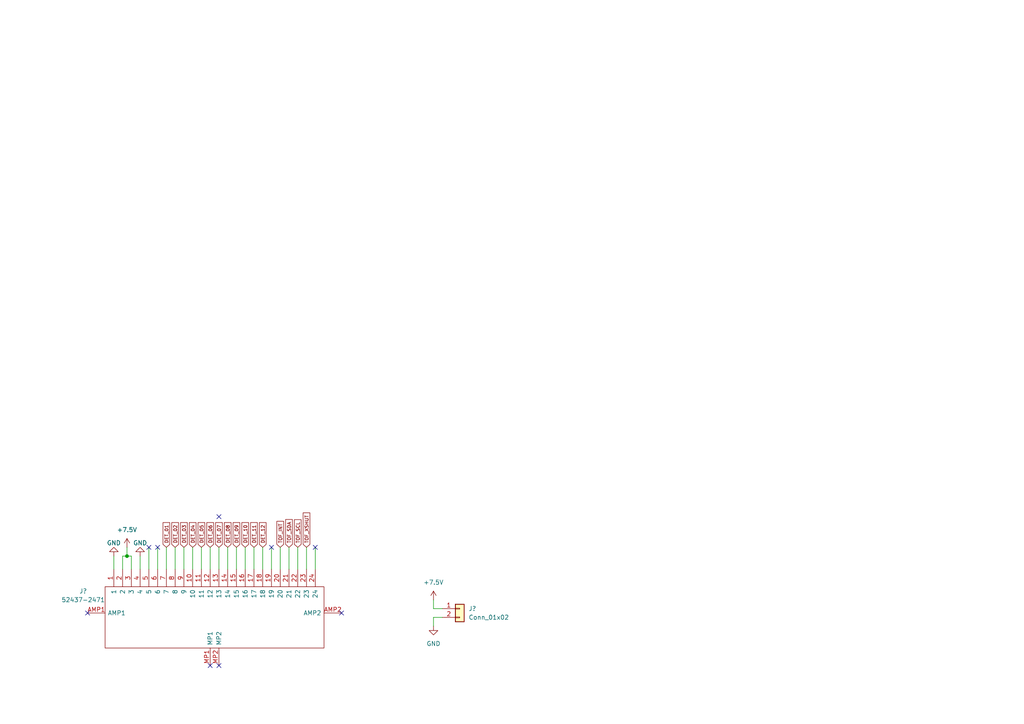
<source format=kicad_sch>
(kicad_sch (version 20211123) (generator eeschema)
  (paper "A4")
  (lib_symbols
    (symbol "Connector_Generic:Conn_01x02" (pin_names (offset 1.016) hide)
      (property "Reference" "J" (at 0 2.54 0))
      (property "Value" "Conn_01x02" (at 0 -5.08 0))
      (symbol "Conn_01x02_1_1"
        (rectangle (start -1.27 -2.413) (end 0 -2.667) (stroke (width 0.1524)))
        (rectangle (start -1.27 0.127) (end 0 -0.127) (stroke (width 0.1524)))
        (rectangle (start -1.27 1.27) (end 1.27 -3.81) (stroke (width 0.254)) (fill (type background)))
        (pin passive line (at -5.08 0 0) (length 3.81) (name "Pin_1") (number "1"))
        (pin passive line (at -5.08 -2.54 0) (length 3.81) (name "Pin_2") (number "2"))
      )
    )
    (symbol "SamacSys_Parts:52437-2471" (pin_names (offset 0.762))
      (property "Reference" "J" (at 69.85 12.7 0))
      (property "Value" "52437-2471" (at 69.85 10.16 0))
      (symbol "52437-2471_0_0"
        (pin passive line (at 7.62 12.7 270) (length 5.08) (name "1") (number "1"))
        (pin passive line (at 30.48 12.7 270) (length 5.08) (name "10") (number "10"))
        (pin passive line (at 33.02 12.7 270) (length 5.08) (name "11") (number "11"))
        (pin passive line (at 35.56 12.7 270) (length 5.08) (name "12") (number "12"))
        (pin passive line (at 38.1 12.7 270) (length 5.08) (name "13") (number "13"))
        (pin passive line (at 40.64 12.7 270) (length 5.08) (name "14") (number "14"))
        (pin passive line (at 43.18 12.7 270) (length 5.08) (name "15") (number "15"))
        (pin passive line (at 45.72 12.7 270) (length 5.08) (name "16") (number "16"))
        (pin passive line (at 48.26 12.7 270) (length 5.08) (name "17") (number "17"))
        (pin passive line (at 50.8 12.7 270) (length 5.08) (name "18") (number "18"))
        (pin passive line (at 53.34 12.7 270) (length 5.08) (name "19") (number "19"))
        (pin passive line (at 10.16 12.7 270) (length 5.08) (name "2") (number "2"))
        (pin passive line (at 55.88 12.7 270) (length 5.08) (name "20") (number "20"))
        (pin passive line (at 58.42 12.7 270) (length 5.08) (name "21") (number "21"))
        (pin passive line (at 60.96 12.7 270) (length 5.08) (name "22") (number "22"))
        (pin passive line (at 63.5 12.7 270) (length 5.08) (name "23") (number "23"))
        (pin passive line (at 66.04 12.7 270) (length 5.08) (name "24") (number "24"))
        (pin passive line (at 12.7 12.7 270) (length 5.08) (name "3") (number "3"))
        (pin passive line (at 15.24 12.7 270) (length 5.08) (name "4") (number "4"))
        (pin passive line (at 17.78 12.7 270) (length 5.08) (name "5") (number "5"))
        (pin passive line (at 20.32 12.7 270) (length 5.08) (name "6") (number "6"))
        (pin passive line (at 22.86 12.7 270) (length 5.08) (name "7") (number "7"))
        (pin passive line (at 25.4 12.7 270) (length 5.08) (name "8") (number "8"))
        (pin passive line (at 27.94 12.7 270) (length 5.08) (name "9") (number "9"))
        (pin passive line (at 0 0 0) (length 5.08) (name "AMP1") (number "AMP1"))
        (pin passive line (at 73.66 0 180) (length 5.08) (name "AMP2") (number "AMP2"))
        (pin passive line (at 35.56 -15.24 90) (length 5.08) (name "MP1") (number "MP1"))
        (pin passive line (at 38.1 -15.24 90) (length 5.08) (name "MP2") (number "MP2"))
      )
      (symbol "52437-2471_0_1"
        (polyline (pts (xy 5.08 7.62) (xy 68.58 7.62) (xy 68.58 -10.16) (xy 5.08 -10.16) (xy 5.08 7.62)) (stroke (width 0.1524)))
      )
    )
    (symbol "power:+7.5V" (power) (pin_names (offset 0))
      (property "Value" "+7.5V" (at 0 3.556 0))
      (symbol "+7.5V_0_1"
        (polyline (pts (xy -0.762 1.27) (xy 0 2.54)))
        (polyline (pts (xy 0 0) (xy 0 2.54)))
        (polyline (pts (xy 0 2.54) (xy 0.762 1.27)))
      )
      (symbol "+7.5V_1_1"
        (pin power_in line (at 0 0 90) (length 0) hide (name "+7.5V") (number "1"))
      )
    )
    (symbol "power:GND" (power) (pin_names (offset 0))
      (property "Value" "GND" (at 0 -3.81 0))
      (symbol "GND_0_1"
        (polyline (pts (xy 0 0) (xy 0 -1.27) (xy 1.27 -1.27) (xy 0 -2.54) (xy -1.27 -1.27) (xy 0 -1.27)))
      )
      (symbol "GND_1_1"
        (pin power_in line (at 0 0 270) (length 0) hide (name "GND") (number "1"))
      )
    )
  )
  (junction (at 36.83 161.29))
  (no_connect (at 78.74 158.75))
  (no_connect (at 91.44 158.75))
  (no_connect (at 25.4 177.8))
  (no_connect (at 43.18 158.75))
  (no_connect (at 99.06 177.8))
  (no_connect (at 63.5 193.04))
  (no_connect (at 45.72 158.75))
  (no_connect (at 63.5 149.86))
  (no_connect (at 60.96 193.04))
  (wire (pts (xy 53.34 158.75) (xy 53.34 165.1)))
  (wire (pts (xy 50.8 158.75) (xy 50.8 165.1)))
  (wire (pts (xy 55.88 158.75) (xy 55.88 165.1)))
  (wire (pts (xy 48.26 158.75) (xy 48.26 165.1)))
  (wire (pts (xy 128.27 179.07) (xy 125.73 179.07)))
  (wire (pts (xy 36.83 158.75) (xy 36.83 161.29)))
  (wire (pts (xy 33.02 161.29) (xy 33.02 165.1)))
  (wire (pts (xy 38.1 161.29) (xy 38.1 165.1)))
  (wire (pts (xy 58.42 158.75) (xy 58.42 165.1)))
  (wire (pts (xy 81.28 158.75) (xy 81.28 165.1)))
  (wire (pts (xy 76.2 158.75) (xy 76.2 165.1)))
  (wire (pts (xy 73.66 158.75) (xy 73.66 165.1)))
  (wire (pts (xy 45.72 158.75) (xy 45.72 165.1)))
  (wire (pts (xy 68.58 158.75) (xy 68.58 165.1)))
  (wire (pts (xy 63.5 158.75) (xy 63.5 165.1)))
  (wire (pts (xy 128.27 176.53) (xy 125.73 176.53)))
  (wire (pts (xy 86.36 158.75) (xy 86.36 165.1)))
  (wire (pts (xy 125.73 173.99) (xy 125.73 176.53)))
  (wire (pts (xy 78.74 158.75) (xy 78.74 165.1)))
  (wire (pts (xy 71.12 158.75) (xy 71.12 165.1)))
  (wire (pts (xy 43.18 158.75) (xy 43.18 165.1)))
  (wire (pts (xy 40.64 161.29) (xy 40.64 165.1)))
  (wire (pts (xy 36.83 161.29) (xy 38.1 161.29)))
  (wire (pts (xy 88.9 158.75) (xy 88.9 165.1)))
  (wire (pts (xy 83.82 158.75) (xy 83.82 165.1)))
  (wire (pts (xy 125.73 179.07) (xy 125.73 181.61)))
  (wire (pts (xy 66.04 158.75) (xy 66.04 165.1)))
  (wire (pts (xy 60.96 158.75) (xy 60.96 165.1)))
  (wire (pts (xy 35.56 161.29) (xy 36.83 161.29)))
  (wire (pts (xy 35.56 161.29) (xy 35.56 165.1)))
  (wire (pts (xy 91.44 158.75) (xy 91.44 165.1)))
  (global_label "DET_03" (shape input) (at 53.34 158.75 90) (effects (font (size 0.9906 0.9906))) (property "Intersheet References" "${INTERSHEET_REFS}" (effects hide)))
  (global_label "DET_11" (shape input) (at 73.66 158.75 90) (effects (font (size 0.9906 0.9906))) (property "Intersheet References" "${INTERSHEET_REFS}" (effects hide)))
  (global_label "DET_05" (shape input) (at 58.42 158.75 90) (effects (font (size 0.9906 0.9906))) (property "Intersheet References" "${INTERSHEET_REFS}" (effects hide)))
  (global_label "TOF_INT" (shape input) (at 81.28 158.75 90) (effects (font (size 0.9906 0.9906))) (property "Intersheet References" "${INTERSHEET_REFS}" (effects hide)))
  (global_label "DET_12" (shape input) (at 76.2 158.75 90) (effects (font (size 0.9906 0.9906))) (property "Intersheet References" "${INTERSHEET_REFS}" (effects hide)))
  (global_label "DET_09" (shape input) (at 68.58 158.75 90) (effects (font (size 0.9906 0.9906))) (property "Intersheet References" "${INTERSHEET_REFS}" (effects hide)))
  (global_label "TOF_SCL" (shape input) (at 86.36 158.75 90) (effects (font (size 0.9906 0.9906))) (property "Intersheet References" "${INTERSHEET_REFS}" (effects hide)))
  (global_label "TOF_SDA" (shape input) (at 83.82 158.75 90) (effects (font (size 0.9906 0.9906))) (property "Intersheet References" "${INTERSHEET_REFS}" (effects hide)))
  (global_label "DET_08" (shape input) (at 66.04 158.75 90) (effects (font (size 0.9906 0.9906))) (property "Intersheet References" "${INTERSHEET_REFS}" (effects hide)))
  (global_label "DET_07" (shape input) (at 63.5 158.75 90) (effects (font (size 0.9906 0.9906))) (property "Intersheet References" "${INTERSHEET_REFS}" (effects hide)))
  (global_label "DET_10" (shape input) (at 71.12 158.75 90) (effects (font (size 0.9906 0.9906))) (property "Intersheet References" "${INTERSHEET_REFS}" (effects hide)))
  (global_label "DET_01" (shape input) (at 48.26 158.75 90) (effects (font (size 0.9906 0.9906))) (property "Intersheet References" "${INTERSHEET_REFS}" (effects hide)))
  (global_label "DET_02" (shape input) (at 50.8 158.75 90) (effects (font (size 0.9906 0.9906))) (property "Intersheet References" "${INTERSHEET_REFS}" (effects hide)))
  (global_label "TOF_XSHUT" (shape input) (at 88.9 158.75 90) (effects (font (size 0.9906 0.9906))) (property "Intersheet References" "${INTERSHEET_REFS}" (effects hide)))
  (global_label "DET_06" (shape input) (at 60.96 158.75 90) (effects (font (size 0.9906 0.9906))) (property "Intersheet References" "${INTERSHEET_REFS}" (effects hide)))
  (global_label "DET_04" (shape input) (at 55.88 158.75 90) (effects (font (size 0.9906 0.9906))) (property "Intersheet References" "${INTERSHEET_REFS}" (effects hide)))
  (symbol (lib_id "SamacSys_Parts:52437-2471") (at 25.4 177.8 0) (unit 1)
    (property "Reference" "J?" (at 24.13 171.45 0))
    (property "Value" "52437-2471" (at 24.13 173.99 0))
    (property "Footprint" "524372471" (effects hide))
    (property "Datasheet" "https://componentsearchengine.com/Datasheets/2/52437-2471.pdf" (effects hide))
    (property "Description" "FFC & FPC Connectors RA SMT ZIF BTTM 24P GOLD" (effects hide))
    (property "Height" "2" (effects hide))
    (property "Mouser Part Number" "538-52437-2471" (effects hide))
    (property "Mouser Price/Stock" "https://www.mouser.co.uk/ProductDetail/Molex/52437-2471?qs=nDwhpid8gJZdpyQIeZfjsA%3D%3D" (effects hide))
    (property "Manufacturer_Name" "Molex" (effects hide))
    (property "Manufacturer_Part_Number" "52437-2471" (effects hide))
  )
  (symbol (lib_id "power:+7.5V") (at 36.83 158.75 0) (unit 1)
    (property "Reference" "#PWR?" (effects hide))
    (property "Value" "+7.5V" (at 36.83 153.67 0))
  )
  (symbol (lib_id "power:GND") (at 40.64 161.29 180) (unit 1)
    (property "Reference" "#PWR?" (effects hide))
    (property "Value" "GND" (at 40.64 157.48 0))
  )
  (symbol (lib_id "power:GND") (at 33.02 161.29 180) (unit 1)
    (property "Reference" "#PWR?" (effects hide))
    (property "Value" "GND" (at 33.02 157.48 0))
  )
  (symbol (lib_id "Connector_Generic:Conn_01x02") (at 133.35 176.53 0) (unit 1)
    (property "Reference" "J?" (at 135.89 176.5299 0) (effects (justify left)))
    (property "Value" "Conn_01x02" (at 135.89 179.0699 0) (effects (justify left)))
  )
  (symbol (lib_id "power:+7.5V") (at 125.73 173.99 0) (unit 1)
    (property "Reference" "#PWR?" (effects hide))
    (property "Value" "+7.5V" (at 125.73 168.91 0))
  )
  (symbol (lib_id "power:GND") (at 125.73 181.61 0) (unit 1)
    (property "Reference" "#PWR?" (effects hide))
    (property "Value" "GND" (at 125.73 186.69 0))
  )
)
</source>
